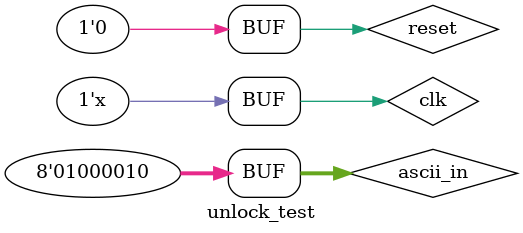
<source format=v>
`timescale 1ns / 1ps


module unlock_test;


	// Inputs
	reg [7:0] ascii_in;
	reg reset;
	reg clk;

	// Outputs
	wire out;

	// Instantiate the Unit Under Test (UUT)
	unlock unlock (ascii_in, out, reset, clk);

	always@(clk)
		#5 clk <= ~clk;

	initial begin
		// Initialize Inputs
		ascii_in = 0;
		reset = 1;
		clk = 0;

		// Wait 100 ns for global reset to finish
		#98;
		reset = 0;
		ascii_in = "A";
		#10
		ascii_in = "B";
		#10
		ascii_in = "C";
		#10
		ascii_in = "B";
		#10
		ascii_in = "A";
		#10
		ascii_in = "C";
		#10
		ascii_in = "B";
		#10
		ascii_in = "D";
		#10
		ascii_in = "C";
		#10
		ascii_in = "A";
		#10
		ascii_in = "C";
		#10
		ascii_in = "B";
		#10
		ascii_in = "D";
		#10
		ascii_in = "C";
		#10
		ascii_in = "A";
		#10
		ascii_in = "C";
		#10
		ascii_in = "B";
		#10
		ascii_in = "A";
		// Add stimulus here
		#10
		ascii_in = "C";
		#10
		ascii_in = "A";
		#10
		ascii_in = "C";
		#10
		ascii_in = "B";
	end
      
endmodule


</source>
